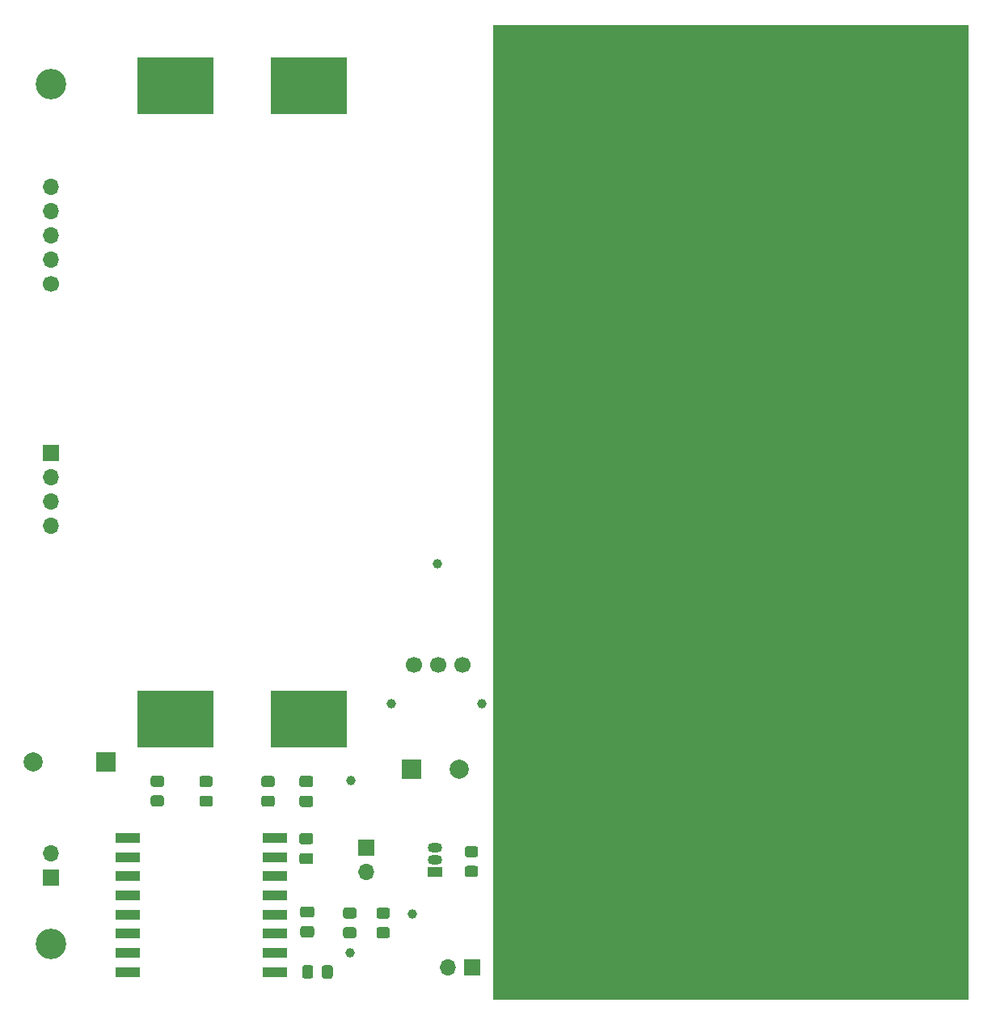
<source format=gbr>
%TF.GenerationSoftware,KiCad,Pcbnew,(5.1.8)-1*%
%TF.CreationDate,2020-11-22T08:19:10+01:00*%
%TF.ProjectId,leaky,6c65616b-792e-46b6-9963-61645f706362,rev?*%
%TF.SameCoordinates,Original*%
%TF.FileFunction,Soldermask,Top*%
%TF.FilePolarity,Negative*%
%FSLAX46Y46*%
G04 Gerber Fmt 4.6, Leading zero omitted, Abs format (unit mm)*
G04 Created by KiCad (PCBNEW (5.1.8)-1) date 2020-11-22 08:19:10*
%MOMM*%
%LPD*%
G01*
G04 APERTURE LIST*
%ADD10C,0.100000*%
%ADD11C,3.200000*%
%ADD12R,8.000000X6.000000*%
%ADD13C,1.000000*%
%ADD14C,1.700000*%
%ADD15R,2.500000X1.100000*%
%ADD16R,1.700000X1.700000*%
%ADD17O,1.700000X1.700000*%
%ADD18R,2.000000X2.000000*%
%ADD19C,2.000000*%
%ADD20O,1.500000X1.050000*%
%ADD21R,1.500000X1.050000*%
G04 APERTURE END LIST*
D10*
G36*
X121000000Y-120750000D02*
G01*
X71300000Y-120750000D01*
X71300000Y-18750000D01*
X121000000Y-18750000D01*
X121000000Y-120750000D01*
G37*
X121000000Y-120750000D02*
X71300000Y-120750000D01*
X71300000Y-18750000D01*
X121000000Y-18750000D01*
X121000000Y-120750000D01*
D11*
%TO.C,H3*%
X115000000Y-25000000D03*
%TD*%
%TO.C,H4*%
X115000000Y-115000000D03*
%TD*%
D12*
%TO.C,BT1*%
X52000000Y-25150000D03*
X38000000Y-25150000D03*
X38000000Y-91400000D03*
X52000000Y-91400000D03*
%TD*%
D13*
%TO.C,TP2*%
X60600000Y-89800000D03*
%TD*%
D14*
%TO.C,U1*%
X68040000Y-85720000D03*
X65500000Y-85720000D03*
X62960000Y-85720000D03*
%TD*%
D15*
%TO.C,U2*%
X33000000Y-117900000D03*
X33000000Y-115900000D03*
X33000000Y-113900000D03*
X33000000Y-111900000D03*
X33000000Y-109900000D03*
X33000000Y-107900000D03*
X33000000Y-105900000D03*
X33000000Y-103900000D03*
X48400000Y-103900000D03*
X48400000Y-105900000D03*
X48400000Y-107900000D03*
X48400000Y-109900000D03*
X48400000Y-111900000D03*
X48400000Y-113900000D03*
X48400000Y-115900000D03*
X48400000Y-117900000D03*
%TD*%
%TO.C,C2*%
G36*
G01*
X52175000Y-98550000D02*
X51225000Y-98550000D01*
G75*
G02*
X50975000Y-98300000I0J250000D01*
G01*
X50975000Y-97625000D01*
G75*
G02*
X51225000Y-97375000I250000J0D01*
G01*
X52175000Y-97375000D01*
G75*
G02*
X52425000Y-97625000I0J-250000D01*
G01*
X52425000Y-98300000D01*
G75*
G02*
X52175000Y-98550000I-250000J0D01*
G01*
G37*
G36*
G01*
X52175000Y-100625000D02*
X51225000Y-100625000D01*
G75*
G02*
X50975000Y-100375000I0J250000D01*
G01*
X50975000Y-99700000D01*
G75*
G02*
X51225000Y-99450000I250000J0D01*
G01*
X52175000Y-99450000D01*
G75*
G02*
X52425000Y-99700000I0J-250000D01*
G01*
X52425000Y-100375000D01*
G75*
G02*
X52175000Y-100625000I-250000J0D01*
G01*
G37*
%TD*%
%TO.C,C3*%
G36*
G01*
X52275000Y-112212500D02*
X51325000Y-112212500D01*
G75*
G02*
X51075000Y-111962500I0J250000D01*
G01*
X51075000Y-111287500D01*
G75*
G02*
X51325000Y-111037500I250000J0D01*
G01*
X52275000Y-111037500D01*
G75*
G02*
X52525000Y-111287500I0J-250000D01*
G01*
X52525000Y-111962500D01*
G75*
G02*
X52275000Y-112212500I-250000J0D01*
G01*
G37*
G36*
G01*
X52275000Y-114287500D02*
X51325000Y-114287500D01*
G75*
G02*
X51075000Y-114037500I0J250000D01*
G01*
X51075000Y-113362500D01*
G75*
G02*
X51325000Y-113112500I250000J0D01*
G01*
X52275000Y-113112500D01*
G75*
G02*
X52525000Y-113362500I0J-250000D01*
G01*
X52525000Y-114037500D01*
G75*
G02*
X52275000Y-114287500I-250000J0D01*
G01*
G37*
%TD*%
%TO.C,C4*%
G36*
G01*
X51225000Y-103375000D02*
X52175000Y-103375000D01*
G75*
G02*
X52425000Y-103625000I0J-250000D01*
G01*
X52425000Y-104300000D01*
G75*
G02*
X52175000Y-104550000I-250000J0D01*
G01*
X51225000Y-104550000D01*
G75*
G02*
X50975000Y-104300000I0J250000D01*
G01*
X50975000Y-103625000D01*
G75*
G02*
X51225000Y-103375000I250000J0D01*
G01*
G37*
G36*
G01*
X51225000Y-105450000D02*
X52175000Y-105450000D01*
G75*
G02*
X52425000Y-105700000I0J-250000D01*
G01*
X52425000Y-106375000D01*
G75*
G02*
X52175000Y-106625000I-250000J0D01*
G01*
X51225000Y-106625000D01*
G75*
G02*
X50975000Y-106375000I0J250000D01*
G01*
X50975000Y-105700000D01*
G75*
G02*
X51225000Y-105450000I250000J0D01*
G01*
G37*
%TD*%
D16*
%TO.C,J1*%
X25000000Y-63550000D03*
D17*
X25000000Y-66090000D03*
X25000000Y-68630000D03*
X25000000Y-71170000D03*
%TD*%
%TO.C,JP1*%
X25000000Y-105500000D03*
D16*
X25000000Y-108040000D03*
%TD*%
%TO.C,JP2*%
X58000000Y-104900000D03*
D17*
X58000000Y-107440000D03*
%TD*%
%TO.C,R1*%
G36*
G01*
X68549999Y-104750000D02*
X69450001Y-104750000D01*
G75*
G02*
X69700000Y-104999999I0J-249999D01*
G01*
X69700000Y-105650001D01*
G75*
G02*
X69450001Y-105900000I-249999J0D01*
G01*
X68549999Y-105900000D01*
G75*
G02*
X68300000Y-105650001I0J249999D01*
G01*
X68300000Y-104999999D01*
G75*
G02*
X68549999Y-104750000I249999J0D01*
G01*
G37*
G36*
G01*
X68549999Y-106800000D02*
X69450001Y-106800000D01*
G75*
G02*
X69700000Y-107049999I0J-249999D01*
G01*
X69700000Y-107700001D01*
G75*
G02*
X69450001Y-107950000I-249999J0D01*
G01*
X68549999Y-107950000D01*
G75*
G02*
X68300000Y-107700001I0J249999D01*
G01*
X68300000Y-107049999D01*
G75*
G02*
X68549999Y-106800000I249999J0D01*
G01*
G37*
%TD*%
%TO.C,R2*%
G36*
G01*
X59299999Y-111175000D02*
X60200001Y-111175000D01*
G75*
G02*
X60450000Y-111424999I0J-249999D01*
G01*
X60450000Y-112075001D01*
G75*
G02*
X60200001Y-112325000I-249999J0D01*
G01*
X59299999Y-112325000D01*
G75*
G02*
X59050000Y-112075001I0J249999D01*
G01*
X59050000Y-111424999D01*
G75*
G02*
X59299999Y-111175000I249999J0D01*
G01*
G37*
G36*
G01*
X59299999Y-113225000D02*
X60200001Y-113225000D01*
G75*
G02*
X60450000Y-113474999I0J-249999D01*
G01*
X60450000Y-114125001D01*
G75*
G02*
X60200001Y-114375000I-249999J0D01*
G01*
X59299999Y-114375000D01*
G75*
G02*
X59050000Y-114125001I0J249999D01*
G01*
X59050000Y-113474999D01*
G75*
G02*
X59299999Y-113225000I249999J0D01*
G01*
G37*
%TD*%
%TO.C,R3*%
G36*
G01*
X56700001Y-112325000D02*
X55799999Y-112325000D01*
G75*
G02*
X55550000Y-112075001I0J249999D01*
G01*
X55550000Y-111424999D01*
G75*
G02*
X55799999Y-111175000I249999J0D01*
G01*
X56700001Y-111175000D01*
G75*
G02*
X56950000Y-111424999I0J-249999D01*
G01*
X56950000Y-112075001D01*
G75*
G02*
X56700001Y-112325000I-249999J0D01*
G01*
G37*
G36*
G01*
X56700001Y-114375000D02*
X55799999Y-114375000D01*
G75*
G02*
X55550000Y-114125001I0J249999D01*
G01*
X55550000Y-113474999D01*
G75*
G02*
X55799999Y-113225000I249999J0D01*
G01*
X56700001Y-113225000D01*
G75*
G02*
X56950000Y-113474999I0J-249999D01*
G01*
X56950000Y-114125001D01*
G75*
G02*
X56700001Y-114375000I-249999J0D01*
G01*
G37*
%TD*%
%TO.C,R4*%
G36*
G01*
X53325000Y-118350001D02*
X53325000Y-117449999D01*
G75*
G02*
X53574999Y-117200000I249999J0D01*
G01*
X54225001Y-117200000D01*
G75*
G02*
X54475000Y-117449999I0J-249999D01*
G01*
X54475000Y-118350001D01*
G75*
G02*
X54225001Y-118600000I-249999J0D01*
G01*
X53574999Y-118600000D01*
G75*
G02*
X53325000Y-118350001I0J249999D01*
G01*
G37*
G36*
G01*
X51275000Y-118350001D02*
X51275000Y-117449999D01*
G75*
G02*
X51524999Y-117200000I249999J0D01*
G01*
X52175001Y-117200000D01*
G75*
G02*
X52425000Y-117449999I0J-249999D01*
G01*
X52425000Y-118350001D01*
G75*
G02*
X52175001Y-118600000I-249999J0D01*
G01*
X51524999Y-118600000D01*
G75*
G02*
X51275000Y-118350001I0J249999D01*
G01*
G37*
%TD*%
%TO.C,R5*%
G36*
G01*
X41650001Y-98550000D02*
X40749999Y-98550000D01*
G75*
G02*
X40500000Y-98300001I0J249999D01*
G01*
X40500000Y-97649999D01*
G75*
G02*
X40749999Y-97400000I249999J0D01*
G01*
X41650001Y-97400000D01*
G75*
G02*
X41900000Y-97649999I0J-249999D01*
G01*
X41900000Y-98300001D01*
G75*
G02*
X41650001Y-98550000I-249999J0D01*
G01*
G37*
G36*
G01*
X41650001Y-100600000D02*
X40749999Y-100600000D01*
G75*
G02*
X40500000Y-100350001I0J249999D01*
G01*
X40500000Y-99699999D01*
G75*
G02*
X40749999Y-99450000I249999J0D01*
G01*
X41650001Y-99450000D01*
G75*
G02*
X41900000Y-99699999I0J-249999D01*
G01*
X41900000Y-100350001D01*
G75*
G02*
X41650001Y-100600000I-249999J0D01*
G01*
G37*
%TD*%
%TO.C,R6*%
G36*
G01*
X48150001Y-100600000D02*
X47249999Y-100600000D01*
G75*
G02*
X47000000Y-100350001I0J249999D01*
G01*
X47000000Y-99699999D01*
G75*
G02*
X47249999Y-99450000I249999J0D01*
G01*
X48150001Y-99450000D01*
G75*
G02*
X48400000Y-99699999I0J-249999D01*
G01*
X48400000Y-100350001D01*
G75*
G02*
X48150001Y-100600000I-249999J0D01*
G01*
G37*
G36*
G01*
X48150001Y-98550000D02*
X47249999Y-98550000D01*
G75*
G02*
X47000000Y-98300001I0J249999D01*
G01*
X47000000Y-97649999D01*
G75*
G02*
X47249999Y-97400000I249999J0D01*
G01*
X48150001Y-97400000D01*
G75*
G02*
X48400000Y-97649999I0J-249999D01*
G01*
X48400000Y-98300001D01*
G75*
G02*
X48150001Y-98550000I-249999J0D01*
G01*
G37*
%TD*%
%TO.C,R7*%
G36*
G01*
X36550001Y-100575000D02*
X35649999Y-100575000D01*
G75*
G02*
X35400000Y-100325001I0J249999D01*
G01*
X35400000Y-99674999D01*
G75*
G02*
X35649999Y-99425000I249999J0D01*
G01*
X36550001Y-99425000D01*
G75*
G02*
X36800000Y-99674999I0J-249999D01*
G01*
X36800000Y-100325001D01*
G75*
G02*
X36550001Y-100575000I-249999J0D01*
G01*
G37*
G36*
G01*
X36550001Y-98525000D02*
X35649999Y-98525000D01*
G75*
G02*
X35400000Y-98275001I0J249999D01*
G01*
X35400000Y-97624999D01*
G75*
G02*
X35649999Y-97375000I249999J0D01*
G01*
X36550001Y-97375000D01*
G75*
G02*
X36800000Y-97624999I0J-249999D01*
G01*
X36800000Y-98275001D01*
G75*
G02*
X36550001Y-98525000I-249999J0D01*
G01*
G37*
%TD*%
D13*
%TO.C,TP1*%
X65400000Y-75200000D03*
%TD*%
%TO.C,TP3*%
X62800000Y-111800000D03*
%TD*%
%TO.C,TP4*%
X56300000Y-115900000D03*
%TD*%
%TO.C,TP5*%
X56400000Y-97900000D03*
%TD*%
D16*
%TO.C,SW1*%
X69100000Y-117400000D03*
D17*
X66560000Y-117400000D03*
%TD*%
D18*
%TO.C,BZ1*%
X30700000Y-95950000D03*
D19*
X23100000Y-95950000D03*
%TD*%
D14*
%TO.C,J2*%
X25000000Y-45900000D03*
D17*
X25000000Y-43360000D03*
X25000000Y-40820000D03*
X25000000Y-38280000D03*
X25000000Y-35740000D03*
%TD*%
D11*
%TO.C,H1*%
X25000000Y-25000000D03*
%TD*%
%TO.C,H2*%
X25000000Y-115000000D03*
%TD*%
D18*
%TO.C,C1*%
X62750000Y-96650000D03*
D19*
X67750000Y-96650000D03*
%TD*%
D20*
%TO.C,Q1*%
X65150000Y-106150000D03*
X65150000Y-104880000D03*
D21*
X65150000Y-107420000D03*
%TD*%
D13*
%TO.C,TP6*%
X70100000Y-89800000D03*
%TD*%
M02*

</source>
